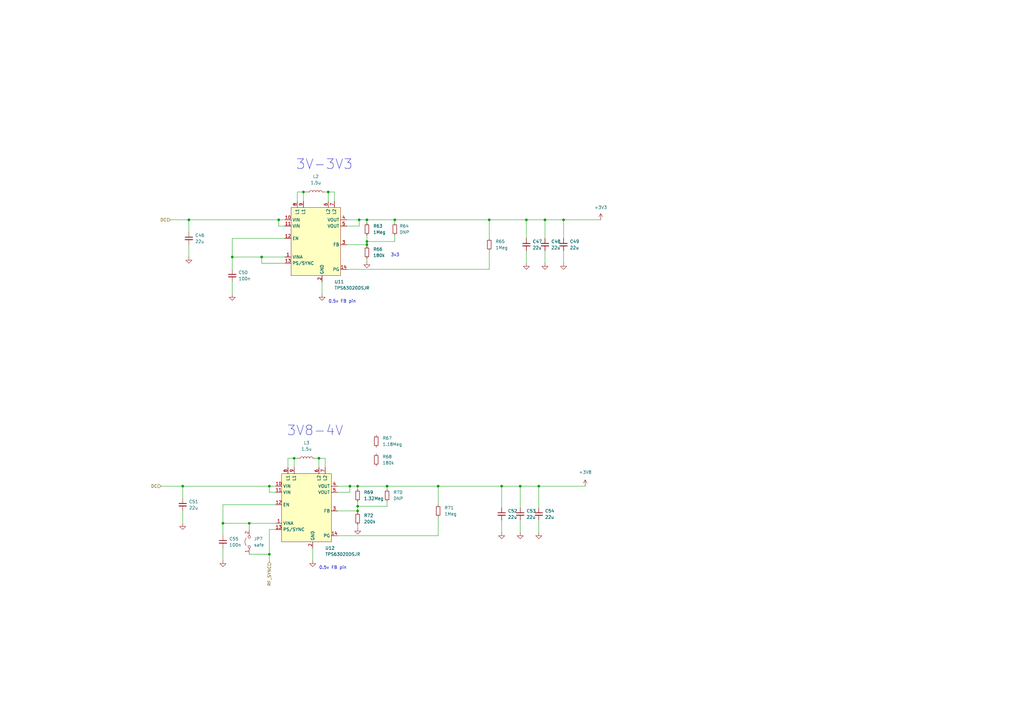
<source format=kicad_sch>
(kicad_sch (version 20211123) (generator eeschema)
  (paper "A3")
  (lib_symbols
    (symbol "Device:C_Small" (pin_numbers hide) (pin_names (offset 0.254) hide)
      (property "Reference" "C" (at 0.254 1.778 0))
      (property "Value" "C_Small" (at 0.254 -2.032 0))
      (symbol "C_Small_0_1"
        (polyline (pts (xy -1.524 -0.508) (xy 1.524 -0.508)) (stroke (width 0.3302)))
        (polyline (pts (xy -1.524 0.508) (xy 1.524 0.508)) (stroke (width 0.3048)))
      )
      (symbol "C_Small_1_1"
        (pin passive line (at 0 2.54 270) (length 2.032) (name "~") (number "1"))
        (pin passive line (at 0 -2.54 90) (length 2.032) (name "~") (number "2"))
      )
    )
    (symbol "Device:L" (pin_numbers hide) (pin_names (offset 1.016) hide)
      (property "Reference" "L" (at -1.27 0 90))
      (property "Value" "L" (at 1.905 0 90))
      (symbol "L_0_1"
        (arc (start 0 -2.54) (mid 0.635 -1.905) (end 0 -1.27))
        (arc (start 0 -1.27) (mid 0.635 -0.635) (end 0 0))
        (arc (start 0 0) (mid 0.635 0.635) (end 0 1.27))
        (arc (start 0 1.27) (mid 0.635 1.905) (end 0 2.54))
      )
      (symbol "L_1_1"
        (pin passive line (at 0 3.81 270) (length 1.27) (name "1") (number "1"))
        (pin passive line (at 0 -3.81 90) (length 1.27) (name "2") (number "2"))
      )
    )
    (symbol "Device:R_Small" (pin_numbers hide) (pin_names (offset 0.254) hide)
      (property "Reference" "R" (at 0.762 0.508 0))
      (property "Value" "R_Small" (at 0.762 -1.016 0))
      (symbol "R_Small_0_1"
        (rectangle (start -0.762 1.778) (end 0.762 -1.778) (stroke (width 0.2032)))
      )
      (symbol "R_Small_1_1"
        (pin passive line (at 0 2.54 270) (length 0.762) (name "~") (number "1"))
        (pin passive line (at 0 -2.54 90) (length 0.762) (name "~") (number "2"))
      )
    )
    (symbol "Jumper:Jumper_2_Open" (pin_names (offset 0) hide)
      (property "Reference" "JP" (at 0 2.794 0))
      (property "Value" "Jumper_2_Open" (at 0 -2.286 0))
      (symbol "Jumper_2_Open_0_0"
        (circle (center -2.032 0) (radius 0.508))
        (circle (center 2.032 0) (radius 0.508))
      )
      (symbol "Jumper_2_Open_0_1"
        (arc (start 1.524 1.27) (mid 0 1.778) (end -1.524 1.27))
      )
      (symbol "Jumper_2_Open_1_1"
        (pin passive line (at -5.08 0 0) (length 2.54) (name "A") (number "1"))
        (pin passive line (at 5.08 0 180) (length 2.54) (name "B") (number "2"))
      )
    )
    (symbol "My_custom_lib:TPS63020DSJR"
      (property "Reference" "U" (at 38.1 7.62 0))
      (property "Value" "TPS63020DSJR" (at 38.1 7.62 0))
      (symbol "TPS63020DSJR_0_1"
        (rectangle (start -10.16 5.08) (end 10.16 -22.86) (fill (type background)))
      )
      (symbol "TPS63020DSJR_1_1"
        (pin passive line (at -12.7 -15.24 0) (length 2.54) (name "VINA") (number "1"))
        (pin passive line (at -12.7 0 0) (length 2.54) (name "VIN") (number "10"))
        (pin passive line (at -12.7 -2.54 0) (length 2.54) (name "VIN") (number "11"))
        (pin passive line (at -12.7 -7.62 0) (length 2.54) (name "EN") (number "12"))
        (pin passive line (at -12.7 -17.78 0) (length 2.54) (name "PS/SYNC") (number "13"))
        (pin passive line (at 12.7 -20.32 180) (length 2.54) (name "PG") (number "14"))
        (pin passive line (at 2.54 -25.4 90) (length 2.54) (name "GND") (number "2"))
        (pin passive line (at 12.7 -10.16 180) (length 2.54) (name "FB") (number "3"))
        (pin passive line (at 12.7 0 180) (length 2.54) (name "VOUT") (number "4"))
        (pin passive line (at 12.7 -2.54 180) (length 2.54) (name "VOUT") (number "5"))
        (pin passive line (at 5.08 7.62 270) (length 2.54) (name "L2") (number "6"))
        (pin passive line (at 7.62 7.62 270) (length 2.54) (name "L2") (number "7"))
        (pin passive line (at -7.62 7.62 270) (length 2.54) (name "L1") (number "8"))
        (pin passive line (at -5.08 7.62 270) (length 2.54) (name "L1") (number "9"))
      )
    )
    (symbol "TPS63020DSJR_1"
      (property "Reference" "U" (at 38.1 7.62 0))
      (property "Value" "TPS63020DSJR_1" (at 38.1 7.62 0))
      (symbol "TPS63020DSJR_1_0_1"
        (rectangle (start -10.16 5.08) (end 10.16 -22.86) (fill (type background)))
      )
      (symbol "TPS63020DSJR_1_1_1"
        (pin passive line (at -12.7 -15.24 0) (length 2.54) (name "VINA") (number "1"))
        (pin passive line (at -12.7 0 0) (length 2.54) (name "VIN") (number "10"))
        (pin passive line (at -12.7 -2.54 0) (length 2.54) (name "VIN") (number "11"))
        (pin passive line (at -12.7 -7.62 0) (length 2.54) (name "EN") (number "12"))
        (pin passive line (at -12.7 -17.78 0) (length 2.54) (name "PS/SYNC") (number "13"))
        (pin passive line (at 12.7 -20.32 180) (length 2.54) (name "PG") (number "14"))
        (pin passive line (at 2.54 -25.4 90) (length 2.54) (name "GND") (number "2"))
        (pin passive line (at 12.7 -10.16 180) (length 2.54) (name "FB") (number "3"))
        (pin passive line (at 12.7 0 180) (length 2.54) (name "VOUT") (number "4"))
        (pin passive line (at 12.7 -2.54 180) (length 2.54) (name "VOUT") (number "5"))
        (pin passive line (at 5.08 7.62 270) (length 2.54) (name "L2") (number "6"))
        (pin passive line (at 7.62 7.62 270) (length 2.54) (name "L2") (number "7"))
        (pin passive line (at -7.62 7.62 270) (length 2.54) (name "L1") (number "8"))
        (pin passive line (at -5.08 7.62 270) (length 2.54) (name "L1") (number "9"))
      )
    )
    (symbol "power:+3V3" (power) (pin_names (offset 0))
      (property "Value" "+3V3" (at 0 3.556 0))
      (symbol "+3V3_0_1"
        (polyline (pts (xy -0.762 1.27) (xy 0 2.54)))
        (polyline (pts (xy 0 0) (xy 0 2.54)))
        (polyline (pts (xy 0 2.54) (xy 0.762 1.27)))
      )
      (symbol "+3V3_1_1"
        (pin power_in line (at 0 0 90) (length 0) hide (name "+3V3") (number "1"))
      )
    )
    (symbol "power:+3V8" (power) (pin_names (offset 0))
      (property "Value" "+3V8" (at 0 3.556 0))
      (symbol "+3V8_0_1"
        (polyline (pts (xy -0.762 1.27) (xy 0 2.54)))
        (polyline (pts (xy 0 0) (xy 0 2.54)))
        (polyline (pts (xy 0 2.54) (xy 0.762 1.27)))
      )
      (symbol "+3V8_1_1"
        (pin power_in line (at 0 0 90) (length 0) hide (name "+3V8") (number "1"))
      )
    )
    (symbol "power:GND" (power) (pin_names (offset 0))
      (property "Value" "GND" (at 0 -3.81 0))
      (symbol "GND_0_1"
        (polyline (pts (xy 0 0) (xy 0 -1.27) (xy 1.27 -1.27) (xy 0 -2.54) (xy -1.27 -1.27) (xy 0 -1.27)))
      )
      (symbol "GND_1_1"
        (pin power_in line (at 0 0 270) (length 0) hide (name "GND") (number "1"))
      )
    )
  )
  (junction (at 130.81 187.96))
  (junction (at 77.47 90.17))
  (junction (at 150.495 90.17))
  (junction (at 150.495 100.33))
  (junction (at 146.685 207.645))
  (junction (at 110.49 227.33))
  (junction (at 102.235 214.63))
  (junction (at 147.32 90.17))
  (junction (at 95.25 105.41))
  (junction (at 120.65 187.96))
  (junction (at 91.44 214.63))
  (junction (at 215.9 90.17))
  (junction (at 161.925 90.17))
  (junction (at 220.98 199.39))
  (junction (at 110.49 199.39))
  (junction (at 74.93 199.39))
  (junction (at 134.62 78.74))
  (junction (at 213.36 199.39))
  (junction (at 223.52 90.17))
  (junction (at 143.51 199.39))
  (junction (at 114.3 90.17))
  (junction (at 107.315 105.41))
  (junction (at 200.66 90.17))
  (junction (at 146.685 199.39))
  (junction (at 146.685 209.55))
  (junction (at 124.46 78.74))
  (junction (at 158.75 199.39))
  (junction (at 205.74 199.39))
  (junction (at 179.705 199.39))
  (junction (at 231.14 90.17))
  (junction (at 150.495 99.06))
  (wire (pts (xy 146.685 207.645) (xy 146.685 209.55)))
  (wire (pts (xy 118.11 191.77) (xy 118.11 187.96)))
  (wire (pts (xy 240.03 199.39) (xy 220.98 199.39)))
  (wire (pts (xy 102.235 214.63) (xy 91.44 214.63)))
  (wire (pts (xy 133.35 187.96) (xy 133.35 191.77)))
  (wire (pts (xy 128.27 224.79) (xy 128.27 229.87)))
  (wire (pts (xy 74.93 209.55) (xy 74.93 214.63)))
  (wire (pts (xy 102.235 227.33) (xy 110.49 227.33)))
  (wire (pts (xy 107.315 105.41) (xy 95.25 105.41)))
  (wire (pts (xy 138.43 219.71) (xy 179.705 219.71)))
  (wire (pts (xy 143.51 201.93) (xy 143.51 199.39)))
  (wire (pts (xy 114.3 92.71) (xy 114.3 90.17)))
  (wire (pts (xy 158.75 199.39) (xy 179.705 199.39)))
  (wire (pts (xy 116.84 105.41) (xy 107.315 105.41)))
  (wire (pts (xy 158.75 199.39) (xy 158.75 200.66)))
  (wire (pts (xy 150.495 96.52) (xy 150.495 99.06)))
  (wire (pts (xy 146.685 205.74) (xy 146.685 207.645)))
  (wire (pts (xy 134.62 78.74) (xy 134.62 82.55)))
  (wire (pts (xy 146.685 199.39) (xy 158.75 199.39)))
  (wire (pts (xy 200.66 90.17) (xy 200.66 97.79)))
  (wire (pts (xy 74.93 199.39) (xy 74.93 204.47)))
  (wire (pts (xy 110.49 199.39) (xy 113.03 199.39)))
  (wire (pts (xy 91.44 207.01) (xy 113.03 207.01)))
  (wire (pts (xy 223.52 97.79) (xy 223.52 90.17)))
  (wire (pts (xy 158.75 205.74) (xy 158.75 207.645)))
  (wire (pts (xy 142.24 92.71) (xy 147.32 92.71)))
  (wire (pts (xy 95.25 115.57) (xy 95.25 120.65)))
  (wire (pts (xy 146.685 199.39) (xy 146.685 200.66)))
  (wire (pts (xy 130.81 187.96) (xy 130.81 191.77)))
  (wire (pts (xy 213.36 199.39) (xy 205.74 199.39)))
  (wire (pts (xy 110.49 227.33) (xy 110.49 230.505)))
  (wire (pts (xy 150.495 106.045) (xy 150.495 107.315)))
  (wire (pts (xy 158.75 207.645) (xy 146.685 207.645)))
  (wire (pts (xy 74.93 199.39) (xy 110.49 199.39)))
  (wire (pts (xy 161.925 96.52) (xy 161.925 99.06)))
  (wire (pts (xy 220.98 208.28) (xy 220.98 199.39)))
  (wire (pts (xy 146.685 209.55) (xy 146.685 210.185)))
  (wire (pts (xy 143.51 199.39) (xy 146.685 199.39)))
  (wire (pts (xy 69.85 90.17) (xy 77.47 90.17)))
  (wire (pts (xy 147.32 90.17) (xy 150.495 90.17)))
  (wire (pts (xy 215.9 97.79) (xy 215.9 90.17)))
  (wire (pts (xy 118.11 187.96) (xy 120.65 187.96)))
  (wire (pts (xy 142.24 110.49) (xy 200.66 110.49)))
  (wire (pts (xy 114.3 90.17) (xy 116.84 90.17)))
  (wire (pts (xy 246.38 90.17) (xy 231.14 90.17)))
  (wire (pts (xy 77.47 90.17) (xy 77.47 95.25)))
  (wire (pts (xy 231.14 97.79) (xy 231.14 90.17)))
  (wire (pts (xy 138.43 201.93) (xy 143.51 201.93)))
  (wire (pts (xy 150.495 90.17) (xy 150.495 91.44)))
  (wire (pts (xy 223.52 102.87) (xy 223.52 107.95)))
  (wire (pts (xy 120.65 187.96) (xy 121.92 187.96)))
  (wire (pts (xy 220.98 213.36) (xy 220.98 218.44)))
  (wire (pts (xy 121.92 82.55) (xy 121.92 78.74)))
  (wire (pts (xy 161.925 90.17) (xy 200.66 90.17)))
  (wire (pts (xy 147.32 90.17) (xy 142.24 90.17)))
  (wire (pts (xy 150.495 100.33) (xy 150.495 100.965)))
  (wire (pts (xy 213.36 208.28) (xy 213.36 199.39)))
  (wire (pts (xy 77.47 100.33) (xy 77.47 105.41)))
  (wire (pts (xy 161.925 99.06) (xy 150.495 99.06)))
  (wire (pts (xy 121.92 78.74) (xy 124.46 78.74)))
  (wire (pts (xy 179.705 212.09) (xy 179.705 219.71)))
  (wire (pts (xy 102.235 214.63) (xy 102.235 217.17)))
  (wire (pts (xy 116.84 97.79) (xy 95.25 97.79)))
  (wire (pts (xy 132.08 115.57) (xy 132.08 120.65)))
  (wire (pts (xy 223.52 90.17) (xy 215.9 90.17)))
  (wire (pts (xy 231.14 90.17) (xy 223.52 90.17)))
  (wire (pts (xy 130.81 187.96) (xy 133.35 187.96)))
  (wire (pts (xy 66.04 199.39) (xy 74.93 199.39)))
  (wire (pts (xy 134.62 78.74) (xy 137.16 78.74)))
  (wire (pts (xy 143.51 199.39) (xy 138.43 199.39)))
  (wire (pts (xy 138.43 209.55) (xy 146.685 209.55)))
  (wire (pts (xy 110.49 227.33) (xy 110.49 217.17)))
  (wire (pts (xy 95.25 97.79) (xy 95.25 105.41)))
  (wire (pts (xy 200.66 102.87) (xy 200.66 110.49)))
  (wire (pts (xy 91.44 214.63) (xy 91.44 207.01)))
  (wire (pts (xy 142.24 100.33) (xy 150.495 100.33)))
  (wire (pts (xy 150.495 99.06) (xy 150.495 100.33)))
  (wire (pts (xy 220.98 199.39) (xy 213.36 199.39)))
  (wire (pts (xy 110.49 217.17) (xy 113.03 217.17)))
  (wire (pts (xy 116.84 107.95) (xy 107.315 107.95)))
  (wire (pts (xy 91.44 214.63) (xy 91.44 219.71)))
  (wire (pts (xy 205.74 208.28) (xy 205.74 199.39)))
  (wire (pts (xy 213.36 213.36) (xy 213.36 218.44)))
  (wire (pts (xy 231.14 102.87) (xy 231.14 107.95)))
  (wire (pts (xy 114.3 92.71) (xy 116.84 92.71)))
  (wire (pts (xy 113.03 214.63) (xy 102.235 214.63)))
  (wire (pts (xy 137.16 78.74) (xy 137.16 82.55)))
  (wire (pts (xy 124.46 78.74) (xy 125.73 78.74)))
  (wire (pts (xy 150.495 90.17) (xy 161.925 90.17)))
  (wire (pts (xy 215.9 102.87) (xy 215.9 107.95)))
  (wire (pts (xy 124.46 78.74) (xy 124.46 82.55)))
  (wire (pts (xy 205.74 199.39) (xy 179.705 199.39)))
  (wire (pts (xy 179.705 199.39) (xy 179.705 207.01)))
  (wire (pts (xy 146.685 215.265) (xy 146.685 216.535)))
  (wire (pts (xy 110.49 201.93) (xy 113.03 201.93)))
  (wire (pts (xy 77.47 90.17) (xy 114.3 90.17)))
  (wire (pts (xy 120.65 187.96) (xy 120.65 191.77)))
  (wire (pts (xy 161.925 90.17) (xy 161.925 91.44)))
  (wire (pts (xy 110.49 201.93) (xy 110.49 199.39)))
  (wire (pts (xy 215.9 90.17) (xy 200.66 90.17)))
  (wire (pts (xy 107.315 107.95) (xy 107.315 105.41)))
  (wire (pts (xy 129.54 187.96) (xy 130.81 187.96)))
  (wire (pts (xy 95.25 105.41) (xy 95.25 110.49)))
  (wire (pts (xy 205.74 213.36) (xy 205.74 218.44)))
  (wire (pts (xy 91.44 224.79) (xy 91.44 229.87)))
  (wire (pts (xy 147.32 92.71) (xy 147.32 90.17)))
  (wire (pts (xy 133.35 78.74) (xy 134.62 78.74)))
  (text "3v3" (at 163.83 105.41 180) (effects (font (size 1.27 1.27)) (justify right bottom)))
  (text "0.5v FB pin" (at 146.05 124.46 180) (effects (font (size 1.27 1.27)) (justify right bottom)))
  (text "0.5v FB pin" (at 142.24 233.68 180) (effects (font (size 1.27 1.27)) (justify right bottom)))
  (text "3V8-4V" (at 140.97 179.07 180) (effects (font (size 4 4)) (justify right bottom)))
  (text "3V-3V3" (at 144.78 69.85 180) (effects (font (size 4 4)) (justify right bottom)))
  (hierarchical_label "DC" (shape input) (at 66.04 199.39 180))
  (hierarchical_label "RF_SYNC" (shape input) (at 110.49 230.505 270))
  (hierarchical_label "DC" (shape input) (at 69.85 90.17 180))
  (symbol (lib_id "Device:R_Small") (at 146.685 212.725 0) (unit 1)
    (property "Reference" "R72" (at 149.225 211.4549 0) (effects (justify left)))
    (property "Value" "200k" (at 149.225 213.9949 0) (effects (justify left)))
    (property "Footprint" "Resistor_SMD:R_0603_1608Metric_Pad0.98x0.95mm_HandSolder" (effects hide))
  )
  (symbol (lib_id "Device:C_Small") (at 223.52 100.33 0) (unit 1)
    (property "Reference" "C48" (at 226.06 99.0662 0) (effects (justify left)))
    (property "Value" "22u" (at 226.06 101.6062 0) (effects (justify left)))
    (property "Footprint" "Capacitor_SMD:C_0603_1608Metric_Pad1.08x0.95mm_HandSolder" (effects hide))
  )
  (symbol (lib_id "Device:R_Small") (at 150.495 103.505 0) (unit 1)
    (property "Reference" "R66" (at 153.035 102.2349 0) (effects (justify left)))
    (property "Value" "180k" (at 153.035 104.7749 0) (effects (justify left)))
    (property "Footprint" "Resistor_SMD:R_0603_1608Metric_Pad0.98x0.95mm_HandSolder" (effects hide))
  )
  (symbol (lib_id "power:+3V3") (at 246.38 90.17 0) (unit 1)
    (property "Reference" "#PWR0142" (effects hide))
    (property "Value" "+3V3" (at 246.38 85.09 0))
  )
  (symbol (lib_id "power:GND") (at 95.25 120.65 0) (unit 1)
    (property "Reference" "#PWR0145" (effects hide))
    (property "Value" "GND" (effects hide))
  )
  (symbol (lib_id "Device:R_Small") (at 158.75 203.2 0) (unit 1)
    (property "Reference" "R70" (at 161.29 201.9299 0) (effects (justify left)))
    (property "Value" "DNP" (at 161.29 204.4699 0) (effects (justify left)))
    (property "Footprint" "Resistor_SMD:R_0603_1608Metric_Pad0.98x0.95mm_HandSolder" (effects hide))
  )
  (symbol (lib_id "Device:R_Small") (at 200.66 100.33 0) (unit 1)
    (property "Reference" "R65" (at 203.2 99.0599 0) (effects (justify left)))
    (property "Value" "1Meg" (at 203.2 101.5999 0) (effects (justify left)))
    (property "Footprint" "Resistor_SMD:R_0603_1608Metric_Pad0.98x0.95mm_HandSolder" (effects hide))
  )
  (symbol (lib_id "power:GND") (at 132.08 120.65 0) (unit 1)
    (property "Reference" "#PWR0146" (effects hide))
    (property "Value" "GND" (effects hide))
  )
  (symbol (lib_id "Device:R_Small") (at 154.305 180.975 0) (unit 1)
    (property "Reference" "R67" (at 156.845 179.7049 0) (effects (justify left)))
    (property "Value" "1.18Meg" (at 156.845 182.2449 0) (effects (justify left)))
    (property "Footprint" "Resistor_SMD:R_0603_1608Metric_Pad0.98x0.95mm_HandSolder" (effects hide))
  )
  (symbol (lib_id "Device:C_Small") (at 215.9 100.33 0) (unit 1)
    (property "Reference" "C47" (at 218.44 99.0662 0) (effects (justify left)))
    (property "Value" "22u" (at 218.44 101.6062 0) (effects (justify left)))
    (property "Footprint" "Capacitor_SMD:C_0603_1608Metric_Pad1.08x0.95mm_HandSolder" (effects hide))
  )
  (symbol (lib_id "power:GND") (at 74.93 214.63 0) (unit 1)
    (property "Reference" "#PWR0148" (effects hide))
    (property "Value" "GND" (effects hide))
  )
  (symbol (lib_id "Device:R_Small") (at 146.685 203.2 0) (unit 1)
    (property "Reference" "R69" (at 149.225 201.9299 0) (effects (justify left)))
    (property "Value" "1.32Meg" (at 149.225 204.4699 0) (effects (justify left)))
    (property "Footprint" "Resistor_SMD:R_0603_1608Metric_Pad0.98x0.95mm_HandSolder" (effects hide))
  )
  (symbol (lib_id "Device:R_Small") (at 150.495 93.98 0) (unit 1)
    (property "Reference" "R63" (at 153.035 92.7099 0) (effects (justify left)))
    (property "Value" "1Meg" (at 153.035 95.2499 0) (effects (justify left)))
    (property "Footprint" "Resistor_SMD:R_0603_1608Metric_Pad0.98x0.95mm_HandSolder" (effects hide))
  )
  (symbol (lib_id "power:GND") (at 215.9 107.95 0) (unit 1)
    (property "Reference" "#PWR0152" (effects hide))
    (property "Value" "GND" (effects hide))
  )
  (symbol (lib_id "power:GND") (at 91.44 229.87 0) (unit 1)
    (property "Reference" "#PWR0150" (effects hide))
    (property "Value" "GND" (effects hide))
  )
  (symbol (lib_id "Device:C_Small") (at 77.47 97.79 0) (unit 1)
    (property "Reference" "C46" (at 80.01 96.5262 0) (effects (justify left)))
    (property "Value" "22u" (at 80.01 99.0662 0) (effects (justify left)))
    (property "Footprint" "Capacitor_SMD:C_0603_1608Metric_Pad1.08x0.95mm_HandSolder" (effects hide))
  )
  (symbol (lib_id "power:GND") (at 150.495 107.315 0) (unit 1)
    (property "Reference" "#PWR0144" (effects hide))
    (property "Value" "GND" (effects hide))
  )
  (symbol (lib_id "My_custom_lib:TPS63020DSJR") (at 125.73 199.39 0) (unit 1)
    (property "Reference" "U12" (at 133.35 224.79 0) (effects (justify left)))
    (property "Value" "TPS63020DSJR" (at 133.35 227.33 0) (effects (justify left)))
    (property "Footprint" "Z_mycustom_footprint_lib:TPS63020" (effects hide))
  )
  (symbol (lib_id "Device:C_Small") (at 205.74 210.82 0) (unit 1)
    (property "Reference" "C52" (at 208.28 209.5562 0) (effects (justify left)))
    (property "Value" "22u" (at 208.28 212.0962 0) (effects (justify left)))
    (property "Footprint" "Capacitor_SMD:C_0603_1608Metric_Pad1.08x0.95mm_HandSolder" (effects hide))
  )
  (symbol (lib_id "power:+3V8") (at 240.03 199.39 0) (unit 1)
    (property "Reference" "#PWR0147" (effects hide))
    (property "Value" "+3V8" (at 240.03 193.675 0))
  )
  (symbol (lib_id "power:GND") (at 231.14 107.95 0) (unit 1)
    (property "Reference" "#PWR0154" (effects hide))
    (property "Value" "GND" (effects hide))
  )
  (symbol (lib_id "Device:L") (at 129.54 78.74 90) (unit 1)
    (property "Reference" "L2" (at 129.54 72.39 90))
    (property "Value" "1.5u" (at 129.54 74.93 90))
    (property "Footprint" "Inductor_SMD:L_Wuerth_MAPI-3012" (effects hide))
  )
  (symbol (lib_id "Device:R_Small") (at 154.305 188.595 0) (unit 1)
    (property "Reference" "R68" (at 156.845 187.3249 0) (effects (justify left)))
    (property "Value" "180k" (at 156.845 189.8649 0) (effects (justify left)))
    (property "Footprint" "Resistor_SMD:R_0603_1608Metric_Pad0.98x0.95mm_HandSolder" (effects hide))
  )
  (symbol (lib_id "power:GND") (at 205.74 218.44 0) (unit 1)
    (property "Reference" "#PWR0155" (effects hide))
    (property "Value" "GND" (effects hide))
  )
  (symbol (lib_id "Jumper:Jumper_2_Open") (at 102.235 222.25 90) (unit 1) (in_bom no)
    (property "Reference" "JP7" (at 104.14 220.9799 90) (effects (justify right)))
    (property "Value" "safe" (at 104.14 223.5199 90) (effects (justify right)))
    (property "Footprint" "Jumper:SolderJumper-2_P1.3mm_Open_RoundedPad1.0x1.5mm" (effects hide))
  )
  (symbol (lib_id "Device:C_Small") (at 95.25 113.03 0) (unit 1)
    (property "Reference" "C50" (at 97.79 111.7662 0) (effects (justify left)))
    (property "Value" "100n" (at 97.79 114.3062 0) (effects (justify left)))
    (property "Footprint" "Capacitor_SMD:C_0603_1608Metric_Pad1.08x0.95mm_HandSolder" (effects hide))
  )
  (symbol (lib_id "Device:C_Small") (at 213.36 210.82 0) (unit 1)
    (property "Reference" "C53" (at 215.9 209.5562 0) (effects (justify left)))
    (property "Value" "22u" (at 215.9 212.0962 0) (effects (justify left)))
    (property "Footprint" "Capacitor_SMD:C_0603_1608Metric_Pad1.08x0.95mm_HandSolder" (effects hide))
  )
  (symbol (lib_id "Device:R_Small") (at 161.925 93.98 0) (unit 1)
    (property "Reference" "R64" (at 163.83 92.7099 0) (effects (justify left)))
    (property "Value" "DNP" (at 163.83 95.2499 0) (effects (justify left)))
    (property "Footprint" "Resistor_SMD:R_0603_1608Metric_Pad0.98x0.95mm_HandSolder" (effects hide))
  )
  (symbol (lib_id "power:GND") (at 213.36 218.44 0) (unit 1)
    (property "Reference" "#PWR0156" (effects hide))
    (property "Value" "GND" (effects hide))
  )
  (symbol (lib_id "Device:C_Small") (at 91.44 222.25 0) (unit 1)
    (property "Reference" "C55" (at 93.98 220.9862 0) (effects (justify left)))
    (property "Value" "100n" (at 93.98 223.5262 0) (effects (justify left)))
    (property "Footprint" "Capacitor_SMD:C_0603_1608Metric_Pad1.08x0.95mm_HandSolder" (effects hide))
  )
  (symbol (lib_id "Device:L") (at 125.73 187.96 90) (unit 1)
    (property "Reference" "L3" (at 125.73 181.61 90))
    (property "Value" "1.5u" (at 125.73 184.15 90))
    (property "Footprint" "Inductor_SMD:L_Wuerth_MAPI-3012" (effects hide))
  )
  (symbol (lib_id "Device:C_Small") (at 220.98 210.82 0) (unit 1)
    (property "Reference" "C54" (at 223.52 209.5562 0) (effects (justify left)))
    (property "Value" "22u" (at 223.52 212.0962 0) (effects (justify left)))
    (property "Footprint" "Capacitor_SMD:C_0603_1608Metric_Pad1.08x0.95mm_HandSolder" (effects hide))
  )
  (symbol (lib_id "Device:C_Small") (at 74.93 207.01 0) (unit 1)
    (property "Reference" "C51" (at 77.47 205.7462 0) (effects (justify left)))
    (property "Value" "22u" (at 77.47 208.2862 0) (effects (justify left)))
    (property "Footprint" "Capacitor_SMD:C_0603_1608Metric_Pad1.08x0.95mm_HandSolder" (effects hide))
  )
  (symbol (lib_id "power:GND") (at 128.27 229.87 0) (unit 1)
    (property "Reference" "#PWR0151" (effects hide))
    (property "Value" "GND" (effects hide))
  )
  (symbol (lib_id "power:GND") (at 77.47 105.41 0) (unit 1)
    (property "Reference" "#PWR0143" (effects hide))
    (property "Value" "GND" (effects hide))
  )
  (symbol (lib_id "power:GND") (at 220.98 218.44 0) (unit 1)
    (property "Reference" "#PWR0157" (effects hide))
    (property "Value" "GND" (effects hide))
  )
  (symbol (lib_id "Device:R_Small") (at 179.705 209.55 0) (unit 1)
    (property "Reference" "R71" (at 182.245 208.2799 0) (effects (justify left)))
    (property "Value" "1Meg" (at 182.245 210.8199 0) (effects (justify left)))
    (property "Footprint" "Resistor_SMD:R_0603_1608Metric_Pad0.98x0.95mm_HandSolder" (effects hide))
  )
  (symbol (lib_id "power:GND") (at 223.52 107.95 0) (unit 1)
    (property "Reference" "#PWR0153" (effects hide))
    (property "Value" "GND" (effects hide))
  )
  (symbol (lib_id "Device:C_Small") (at 231.14 100.33 0) (unit 1)
    (property "Reference" "C49" (at 233.68 99.0662 0) (effects (justify left)))
    (property "Value" "22u" (at 233.68 101.6062 0) (effects (justify left)))
    (property "Footprint" "Capacitor_SMD:C_0603_1608Metric_Pad1.08x0.95mm_HandSolder" (effects hide))
  )
  (symbol (lib_name "TPS63020DSJR_1") (lib_id "My_custom_lib:TPS63020DSJR") (at 129.54 90.17 0) (unit 1)
    (property "Reference" "U11" (at 137.16 115.57 0) (effects (justify left)))
    (property "Value" "TPS63020DSJR" (at 137.16 118.11 0) (effects (justify left)))
    (property "Footprint" "Z_mycustom_footprint_lib:TPS63020" (effects hide))
  )
  (symbol (lib_id "power:GND") (at 146.685 216.535 0) (unit 1)
    (property "Reference" "#PWR0149" (effects hide))
    (property "Value" "GND" (effects hide))
  )
)
</source>
